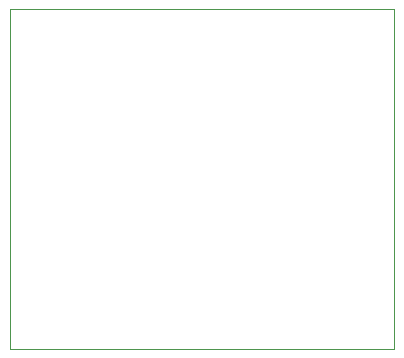
<source format=gko>
G04 (created by PCBNEW (2013-07-07 BZR 4022)-stable) date 4/5/2015 3:16:15 AM*
%MOIN*%
G04 Gerber Fmt 3.4, Leading zero omitted, Abs format*
%FSLAX34Y34*%
G01*
G70*
G90*
G04 APERTURE LIST*
%ADD10C,0.00590551*%
%ADD11C,0.00393701*%
G04 APERTURE END LIST*
G54D10*
G54D11*
X27260Y-15310D02*
X27290Y-15310D01*
X27260Y-26650D02*
X27260Y-15310D01*
X40050Y-26650D02*
X27260Y-26650D01*
X40050Y-15320D02*
X40050Y-26650D01*
X27260Y-15320D02*
X40050Y-15320D01*
M02*

</source>
